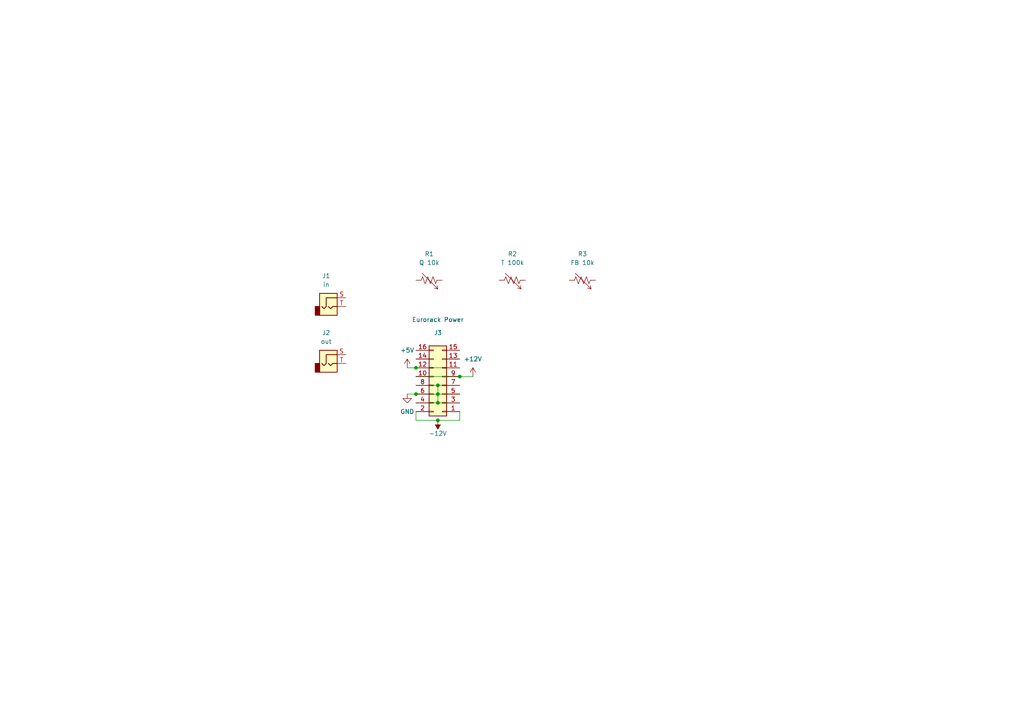
<source format=kicad_sch>
(kicad_sch (version 20211123) (generator eeschema)
  (paper "A4")
  (lib_symbols
    (symbol "Connector:AudioJack2"
      (property "Reference" "J" (at 0 8.89 0))
      (property "Value" "AudioJack2" (at 0 6.35 0))
      (symbol "AudioJack2_0_1"
        (rectangle (start -3.81 0) (end -2.54 -2.54) (stroke (width 0.254)) (fill (type outline)))
        (rectangle (start -2.54 3.81) (end 2.54 -2.54) (stroke (width 0.254)) (fill (type background)))
        (polyline (pts (xy 0 0) (xy 0.635 -0.635) (xy 1.27 0) (xy 2.54 0)) (stroke (width 0.254)))
        (polyline (pts (xy 2.54 2.54) (xy -0.635 2.54) (xy -0.635 0) (xy -1.27 -0.635) (xy -1.905 0)) (stroke (width 0.254)))
      )
      (symbol "AudioJack2_1_1"
        (pin passive line (at 5.08 2.54 180) (length 2.54) (name "~") (number "S"))
        (pin passive line (at 5.08 0 180) (length 2.54) (name "~") (number "T"))
      )
    )
    (symbol "Connector_Generic:Conn_02x08_Odd_Even" (pin_names (offset 1.016) hide)
      (property "Reference" "J" (at 1.27 10.16 0))
      (property "Value" "Conn_02x08_Odd_Even" (at 1.27 -12.7 0))
      (symbol "Conn_02x08_Odd_Even_1_1"
        (rectangle (start -1.27 -10.033) (end 0 -10.287) (stroke (width 0.1524)))
        (rectangle (start -1.27 -7.493) (end 0 -7.747) (stroke (width 0.1524)))
        (rectangle (start -1.27 -4.953) (end 0 -5.207) (stroke (width 0.1524)))
        (rectangle (start -1.27 -2.413) (end 0 -2.667) (stroke (width 0.1524)))
        (rectangle (start -1.27 0.127) (end 0 -0.127) (stroke (width 0.1524)))
        (rectangle (start -1.27 2.667) (end 0 2.413) (stroke (width 0.1524)))
        (rectangle (start -1.27 5.207) (end 0 4.953) (stroke (width 0.1524)))
        (rectangle (start -1.27 7.747) (end 0 7.493) (stroke (width 0.1524)))
        (rectangle (start -1.27 8.89) (end 3.81 -11.43) (stroke (width 0.254)) (fill (type background)))
        (rectangle (start 3.81 -10.033) (end 2.54 -10.287) (stroke (width 0.1524)))
        (rectangle (start 3.81 -7.493) (end 2.54 -7.747) (stroke (width 0.1524)))
        (rectangle (start 3.81 -4.953) (end 2.54 -5.207) (stroke (width 0.1524)))
        (rectangle (start 3.81 -2.413) (end 2.54 -2.667) (stroke (width 0.1524)))
        (rectangle (start 3.81 0.127) (end 2.54 -0.127) (stroke (width 0.1524)))
        (rectangle (start 3.81 2.667) (end 2.54 2.413) (stroke (width 0.1524)))
        (rectangle (start 3.81 5.207) (end 2.54 4.953) (stroke (width 0.1524)))
        (rectangle (start 3.81 7.747) (end 2.54 7.493) (stroke (width 0.1524)))
        (pin passive line (at -5.08 7.62 0) (length 3.81) (name "Pin_1") (number "1"))
        (pin passive line (at 7.62 -2.54 180) (length 3.81) (name "Pin_10") (number "10"))
        (pin passive line (at -5.08 -5.08 0) (length 3.81) (name "Pin_11") (number "11"))
        (pin passive line (at 7.62 -5.08 180) (length 3.81) (name "Pin_12") (number "12"))
        (pin passive line (at -5.08 -7.62 0) (length 3.81) (name "Pin_13") (number "13"))
        (pin passive line (at 7.62 -7.62 180) (length 3.81) (name "Pin_14") (number "14"))
        (pin passive line (at -5.08 -10.16 0) (length 3.81) (name "Pin_15") (number "15"))
        (pin passive line (at 7.62 -10.16 180) (length 3.81) (name "Pin_16") (number "16"))
        (pin passive line (at 7.62 7.62 180) (length 3.81) (name "Pin_2") (number "2"))
        (pin passive line (at -5.08 5.08 0) (length 3.81) (name "Pin_3") (number "3"))
        (pin passive line (at 7.62 5.08 180) (length 3.81) (name "Pin_4") (number "4"))
        (pin passive line (at -5.08 2.54 0) (length 3.81) (name "Pin_5") (number "5"))
        (pin passive line (at 7.62 2.54 180) (length 3.81) (name "Pin_6") (number "6"))
        (pin passive line (at -5.08 0 0) (length 3.81) (name "Pin_7") (number "7"))
        (pin passive line (at 7.62 0 180) (length 3.81) (name "Pin_8") (number "8"))
        (pin passive line (at -5.08 -2.54 0) (length 3.81) (name "Pin_9") (number "9"))
      )
    )
    (symbol "Device:R_Variable_US" (pin_numbers hide) (pin_names (offset 0))
      (property "Reference" "R" (at 2.54 -2.54 90))
      (property "Value" "R_Variable_US" (at -2.54 -1.27 90))
      (symbol "R_Variable_US_0_1"
        (polyline (pts (xy 0 -2.286) (xy 0 -2.54)))
        (polyline (pts (xy 0 2.286) (xy 0 2.54)))
        (polyline (pts (xy 0 -0.762) (xy 1.016 -1.143) (xy 0 -1.524) (xy -1.016 -1.905) (xy 0 -2.286)))
        (polyline (pts (xy 0 0.762) (xy 1.016 0.381) (xy 0 0) (xy -1.016 -0.381) (xy 0 -0.762)))
        (polyline (pts (xy 0 2.286) (xy 1.016 1.905) (xy 0 1.524) (xy -1.016 1.143) (xy 0 0.762)) (stroke (width 0.1524)))
        (polyline (pts (xy 2.286 1.524) (xy 2.54 2.54) (xy 1.524 2.286) (xy 2.54 2.54) (xy -2.032 -2.032)) (stroke (width 0.1524)))
      )
      (symbol "R_Variable_US_1_1"
        (pin passive line (at 0 3.81 270) (length 1.27) (name "~") (number "1"))
        (pin passive line (at 0 -3.81 90) (length 1.27) (name "~") (number "2"))
      )
    )
    (symbol "power:+12V" (power) (pin_names (offset 0))
      (property "Value" "+12V" (at 0 3.556 0))
      (symbol "+12V_0_1"
        (polyline (pts (xy -0.762 1.27) (xy 0 2.54)))
        (polyline (pts (xy 0 0) (xy 0 2.54)))
        (polyline (pts (xy 0 2.54) (xy 0.762 1.27)))
      )
      (symbol "+12V_1_1"
        (pin power_in line (at 0 0 90) (length 0) hide (name "+12V") (number "1"))
      )
    )
    (symbol "power:+5V" (power) (pin_names (offset 0))
      (property "Value" "+5V" (at 0 3.556 0))
      (symbol "+5V_0_1"
        (polyline (pts (xy -0.762 1.27) (xy 0 2.54)))
        (polyline (pts (xy 0 0) (xy 0 2.54)))
        (polyline (pts (xy 0 2.54) (xy 0.762 1.27)))
      )
      (symbol "+5V_1_1"
        (pin power_in line (at 0 0 90) (length 0) hide (name "+5V") (number "1"))
      )
    )
    (symbol "power:-12V" (power) (pin_names (offset 0))
      (property "Value" "-12V" (at 0 3.81 0))
      (symbol "-12V_0_0"
        (pin power_in line (at 0 0 90) (length 0) hide (name "-12V") (number "1"))
      )
      (symbol "-12V_0_1"
        (polyline (pts (xy 0 0) (xy 0 1.27) (xy 0.762 1.27) (xy 0 2.54) (xy -0.762 1.27) (xy 0 1.27)) (fill (type outline)))
      )
    )
    (symbol "power:GND" (power) (pin_names (offset 0))
      (property "Value" "GND" (at 0 -3.81 0))
      (symbol "GND_0_1"
        (polyline (pts (xy 0 0) (xy 0 -1.27) (xy 1.27 -1.27) (xy 0 -2.54) (xy -1.27 -1.27) (xy 0 -1.27)))
      )
      (symbol "GND_1_1"
        (pin power_in line (at 0 0 270) (length 0) hide (name "GND") (number "1"))
      )
    )
  )
  (junction (at 120.65 114.3))
  (junction (at 120.65 106.68))
  (junction (at 133.35 109.22))
  (junction (at 127 114.3))
  (junction (at 127 116.84))
  (junction (at 127 111.76))
  (junction (at 127 121.92))
  (wire (pts (xy 118.11 106.68) (xy 120.65 106.68)))
  (wire (pts (xy 127 111.76) (xy 133.35 111.76)))
  (wire (pts (xy 120.65 109.22) (xy 133.35 109.22)))
  (wire (pts (xy 120.65 119.38) (xy 120.65 121.92)))
  (wire (pts (xy 118.11 114.3) (xy 120.65 114.3)))
  (wire (pts (xy 120.65 106.68) (xy 133.35 106.68)))
  (wire (pts (xy 120.65 121.92) (xy 127 121.92)))
  (wire (pts (xy 127 114.3) (xy 127 116.84)))
  (wire (pts (xy 120.65 114.3) (xy 127 114.3)))
  (wire (pts (xy 133.35 109.22) (xy 137.16 109.22)))
  (wire (pts (xy 120.65 116.84) (xy 127 116.84)))
  (wire (pts (xy 127 114.3) (xy 133.35 114.3)))
  (wire (pts (xy 127 111.76) (xy 127 114.3)))
  (wire (pts (xy 133.35 119.38) (xy 133.35 121.92)))
  (wire (pts (xy 133.35 121.92) (xy 127 121.92)))
  (wire (pts (xy 120.65 111.76) (xy 127 111.76)))
  (wire (pts (xy 127 116.84) (xy 133.35 116.84)))
  (symbol (lib_id "Device:R_Variable_US") (at 168.91 81.28 270) (unit 1)
    (property "Reference" "R3" (at 168.9481 73.66 90))
    (property "Value" "FB 10k" (at 168.9481 76.2 90))
    (property "Footprint" "Potentiometer_THT:Potentiometer_Alps_RK09K_Single_Vertical" (effects hide))
  )
  (symbol (lib_id "power:+12V") (at 137.16 109.22 0) (unit 1)
    (property "Reference" "#PWR0103" (effects hide))
    (property "Value" "+12V" (at 137.16 104.14 0))
  )
  (symbol (lib_id "Connector:AudioJack2") (at 95.25 105.41 0) (unit 1)
    (property "Reference" "J2" (at 94.615 96.52 0))
    (property "Value" "out" (at 94.615 99.06 0))
    (property "Footprint" "Connector_Audio:Jack_3.5mm_QingPu_WQP-PJ398SM_Vertical_CircularHoles" (effects hide))
  )
  (symbol (lib_id "Device:R_Variable_US") (at 148.59 81.28 270) (unit 1)
    (property "Reference" "R2" (at 148.6281 73.66 90))
    (property "Value" "T 100k" (at 148.6281 76.2 90))
    (property "Footprint" "Potentiometer_THT:Potentiometer_Alps_RK09K_Single_Vertical" (effects hide))
  )
  (symbol (lib_id "Connector_Generic:Conn_02x08_Odd_Even") (at 128.27 111.76 180) (unit 1)
    (property "Reference" "J3" (at 127 96.52 0))
    (property "Value" "Eurorack Power" (at 127 92.71 0))
    (property "Footprint" "Connector_PinHeader_2.54mm:PinHeader_2x08_P2.54mm_Vertical" (effects hide))
  )
  (symbol (lib_id "power:+5V") (at 118.11 106.68 0) (unit 1)
    (property "Reference" "#PWR0104" (effects hide))
    (property "Value" "+5V" (at 118.11 101.6 0))
  )
  (symbol (lib_id "Connector:AudioJack2") (at 95.25 88.9 0) (unit 1)
    (property "Reference" "J1" (at 94.615 80.01 0))
    (property "Value" "in" (at 94.615 82.55 0))
    (property "Footprint" "Connector_Audio:Jack_3.5mm_QingPu_WQP-PJ398SM_Vertical_CircularHoles" (effects hide))
  )
  (symbol (lib_id "power:GND") (at 118.11 114.3 0) (unit 1)
    (property "Reference" "#PWR0102" (effects hide))
    (property "Value" "GND" (at 118.11 119.38 0))
  )
  (symbol (lib_id "power:-12V") (at 127 121.92 180) (unit 1)
    (property "Reference" "#PWR0101" (effects hide))
    (property "Value" "-12V" (at 127 125.73 0))
  )
  (symbol (lib_id "Device:R_Variable_US") (at 124.46 81.28 270) (unit 1)
    (property "Reference" "R1" (at 124.4981 73.66 90))
    (property "Value" "Q 10k" (at 124.4981 76.2 90))
    (property "Footprint" "Potentiometer_THT:Potentiometer_Alps_RK09K_Single_Vertical" (effects hide))
  )
)
</source>
